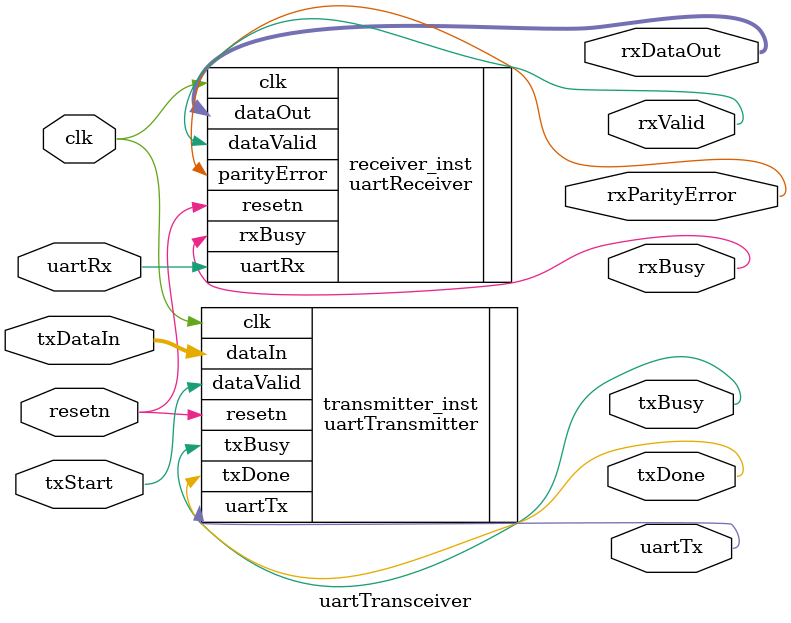
<source format=sv>
module uartTransceiver #(
    parameter CLK_FREQ  = 50_000_000,
    parameter BAUD_RATE = 115200,
    parameter WIDTH     = 8,
    parameter PARITY    = 1          // 0=None, 1=Even, 2=Odd
)(
    input  logic             clk,
    input  logic             resetn,
    
    // Transmitter interface
    input  logic [WIDTH-1:0] txDataIn,      // Parallel data to transmit
    input  logic             txStart,       // Pulse high to start transmission
    output logic             txBusy,        // High while transmitting
    output logic             txDone,        // Pulses high when transmission complete
    
    // Receiver interface
    output logic [WIDTH-1:0] rxDataOut,     // Parallel received data
    output logic             rxValid,       // Pulses high when byte received
    output logic             rxBusy,        // High while receiving
    output logic             rxParityError, // High when parity error detected
    
    // Serial interface
    input  logic             uartRx,        // Serial line in
    output logic             uartTx         // Serial line out
);

    // Instantiate UART Transmitter
    uartTransmitter #(
        .CLK_FREQ(CLK_FREQ),
        .BAUD_RATE(BAUD_RATE),
        .WIDTH(WIDTH),
        .PARITY(PARITY)
    ) transmitter_inst (
        .clk(clk),
        .resetn(resetn),
        .dataIn(txDataIn),
        .dataValid(txStart),
        .uartTx(uartTx),
        .txBusy(txBusy),
        .txDone(txDone)
    );

    // Instantiate UART Receiver
    uartReceiver #(
        .CLK_FREQ(CLK_FREQ),
        .BAUD_RATE(BAUD_RATE),
        .WIDTH(WIDTH),
        .PARITY(PARITY)
    ) receiver_inst (
        .clk(clk),
        .resetn(resetn),
        .uartRx(uartRx),
        .dataOut(rxDataOut),
        .dataValid(rxValid),
        .rxBusy(rxBusy),
        .parityError(rxParityError)
    );

endmodule

</source>
